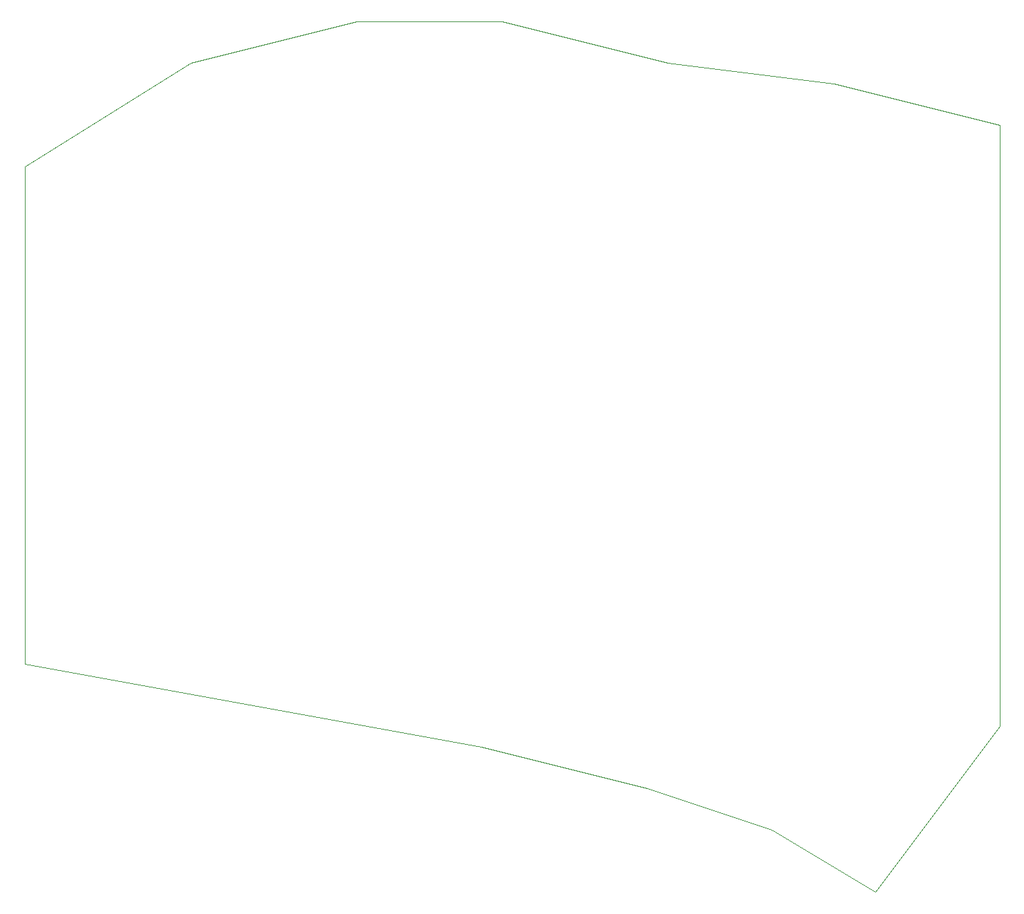
<source format=gbr>
%TF.GenerationSoftware,KiCad,Pcbnew,8.0.3*%
%TF.CreationDate,2024-07-02T22:23:14+01:00*%
%TF.ProjectId,simple_split,73696d70-6c65-45f7-9370-6c69742e6b69,v1.0.0*%
%TF.SameCoordinates,Original*%
%TF.FileFunction,Profile,NP*%
%FSLAX46Y46*%
G04 Gerber Fmt 4.6, Leading zero omitted, Abs format (unit mm)*
G04 Created by KiCad (PCBNEW 8.0.3) date 2024-07-02 22:23:14*
%MOMM*%
%LPD*%
G01*
G04 APERTURE LIST*
%TA.AperFunction,Profile*%
%ADD10C,0.050000*%
%TD*%
G04 APERTURE END LIST*
D10*
X149860000Y-68580000D02*
X170180000Y-71120000D01*
X190500000Y-76200000D01*
X190500000Y-149860000D01*
X175260000Y-170180000D01*
X162560000Y-162560000D01*
X147320000Y-157480000D01*
X127000000Y-152400000D01*
X71120000Y-142240000D01*
X71120000Y-81280000D01*
X91440000Y-68580000D01*
X111760000Y-63500000D01*
X129540000Y-63500000D01*
X149860000Y-68580000D01*
M02*

</source>
